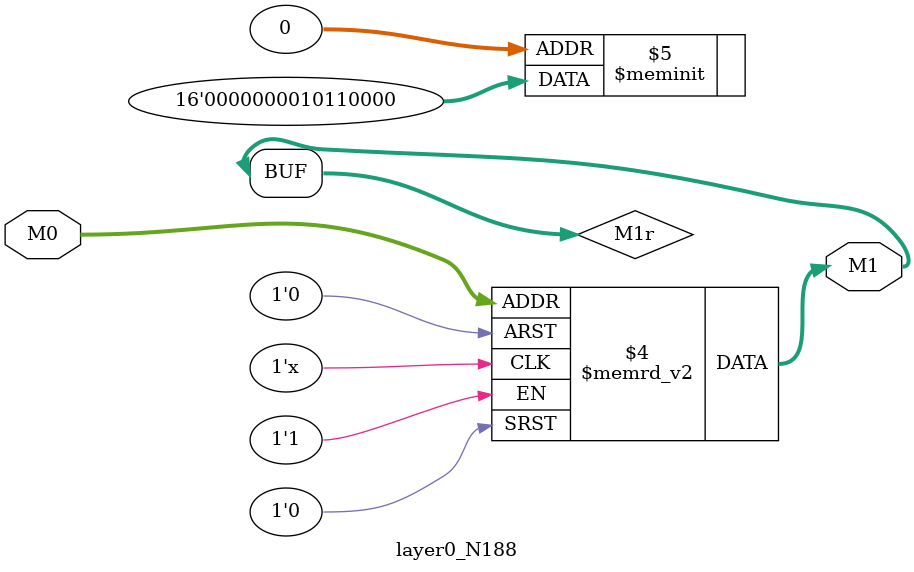
<source format=v>
module layer0_N188 ( input [2:0] M0, output [1:0] M1 );

	(*rom_style = "distributed" *) reg [1:0] M1r;
	assign M1 = M1r;
	always @ (M0) begin
		case (M0)
			3'b000: M1r = 2'b00;
			3'b100: M1r = 2'b00;
			3'b010: M1r = 2'b11;
			3'b110: M1r = 2'b00;
			3'b001: M1r = 2'b00;
			3'b101: M1r = 2'b00;
			3'b011: M1r = 2'b10;
			3'b111: M1r = 2'b00;

		endcase
	end
endmodule

</source>
